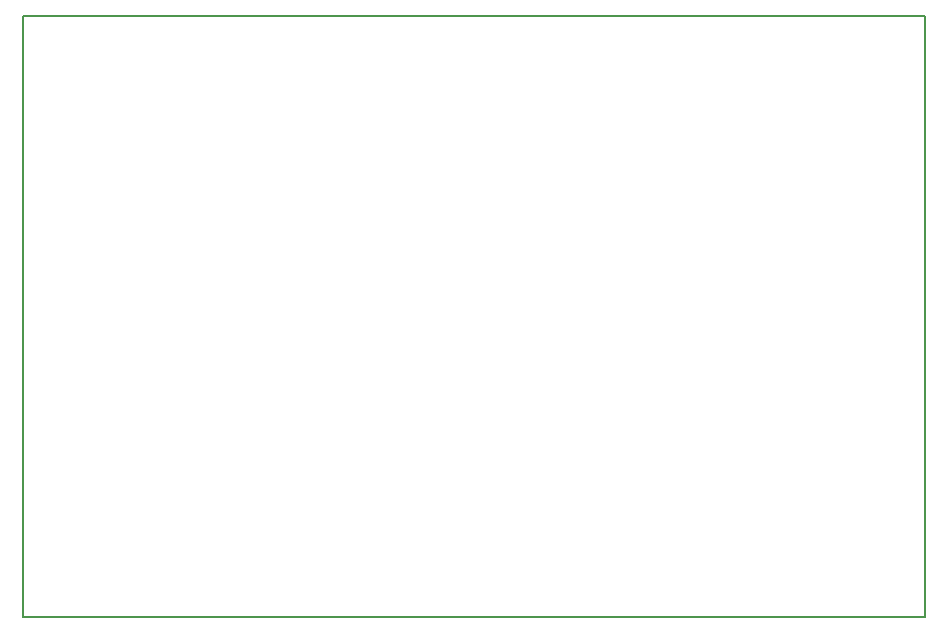
<source format=gko>
G04*
G04 #@! TF.GenerationSoftware,Altium Limited,Altium Designer,20.1.14 (287)*
G04*
G04 Layer_Color=16711935*
%FSLAX25Y25*%
%MOIN*%
G70*
G04*
G04 #@! TF.SameCoordinates,068E075E-6B28-4131-8978-D2EB394F3ECB*
G04*
G04*
G04 #@! TF.FilePolarity,Positive*
G04*
G01*
G75*
%ADD40C,0.00500*%
D40*
X0Y0D02*
Y200500D01*
Y0D02*
X300500D01*
Y200500D01*
X0D02*
X300500D01*
M02*

</source>
